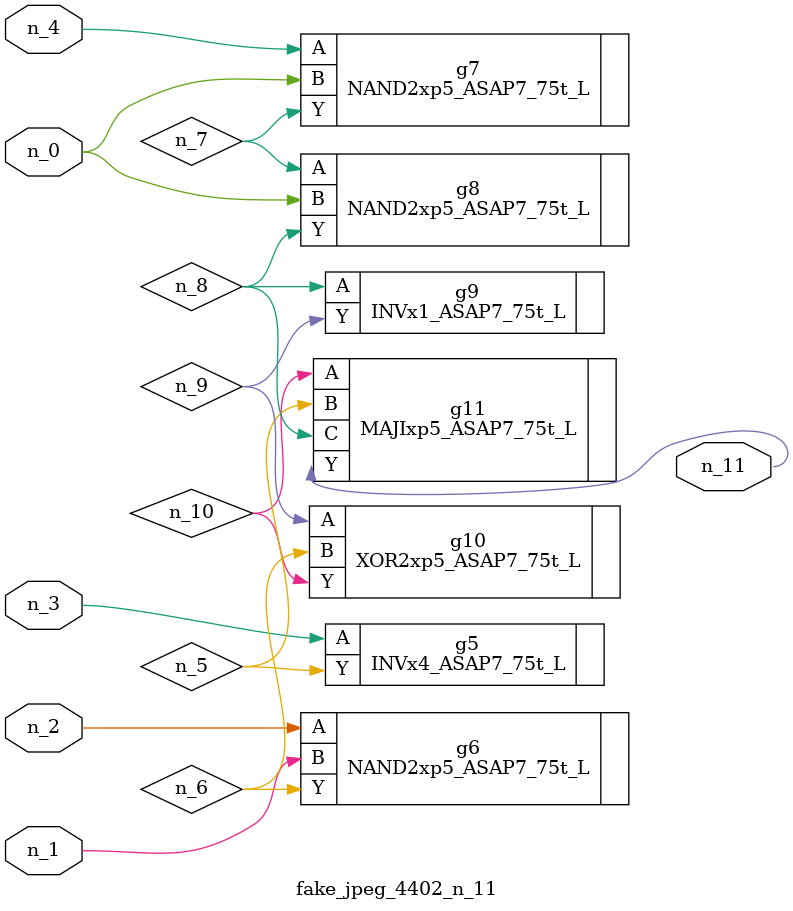
<source format=v>
module fake_jpeg_4402_n_11 (n_3, n_2, n_1, n_0, n_4, n_11);

input n_3;
input n_2;
input n_1;
input n_0;
input n_4;

output n_11;

wire n_10;
wire n_8;
wire n_9;
wire n_6;
wire n_5;
wire n_7;

INVx4_ASAP7_75t_L g5 ( 
.A(n_3),
.Y(n_5)
);

NAND2xp5_ASAP7_75t_L g6 ( 
.A(n_2),
.B(n_1),
.Y(n_6)
);

NAND2xp5_ASAP7_75t_L g7 ( 
.A(n_4),
.B(n_0),
.Y(n_7)
);

NAND2xp5_ASAP7_75t_L g8 ( 
.A(n_7),
.B(n_0),
.Y(n_8)
);

INVx1_ASAP7_75t_L g9 ( 
.A(n_8),
.Y(n_9)
);

XOR2xp5_ASAP7_75t_L g10 ( 
.A(n_9),
.B(n_6),
.Y(n_10)
);

MAJIxp5_ASAP7_75t_L g11 ( 
.A(n_10),
.B(n_5),
.C(n_8),
.Y(n_11)
);


endmodule
</source>
